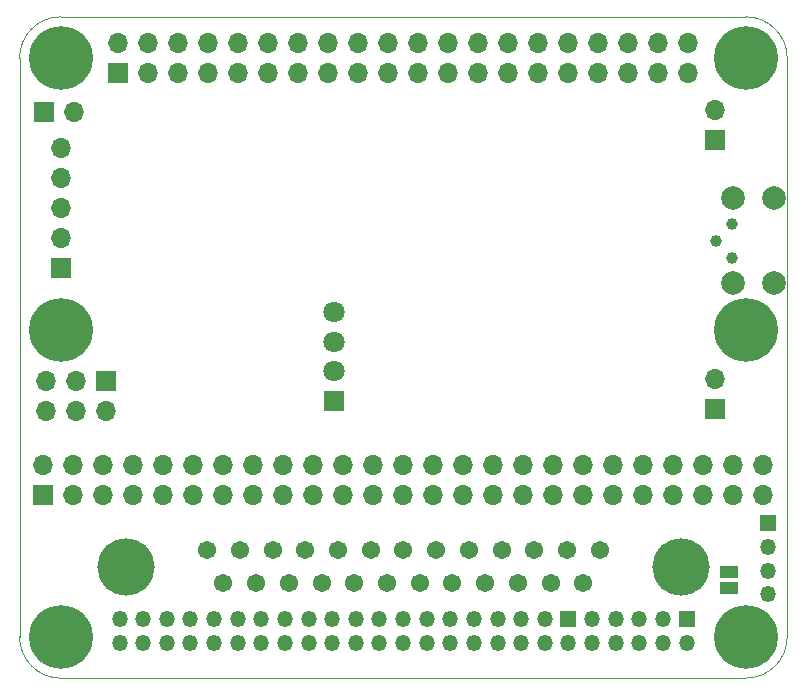
<source format=gbr>
%TF.GenerationSoftware,KiCad,Pcbnew,(5.1.9-16-g1737927814)-1*%
%TF.CreationDate,2021-07-31T16:14:36-05:00*%
%TF.ProjectId,rascsi_2p5,72617363-7369-45f3-9270-352e6b696361,rev?*%
%TF.SameCoordinates,PX59d60c0PY325aa00*%
%TF.FileFunction,Soldermask,Bot*%
%TF.FilePolarity,Negative*%
%FSLAX46Y46*%
G04 Gerber Fmt 4.6, Leading zero omitted, Abs format (unit mm)*
G04 Created by KiCad (PCBNEW (5.1.9-16-g1737927814)-1) date 2021-07-31 16:14:36*
%MOMM*%
%LPD*%
G01*
G04 APERTURE LIST*
%TA.AperFunction,Profile*%
%ADD10C,0.050000*%
%TD*%
%ADD11C,1.800000*%
%ADD12R,1.800000X1.800000*%
%ADD13O,1.700000X1.700000*%
%ADD14R,1.700000X1.700000*%
%ADD15C,4.845000*%
%ADD16C,1.545000*%
%ADD17O,1.350000X1.350000*%
%ADD18R,1.350000X1.350000*%
%ADD19R,1.500000X1.000000*%
%ADD20C,1.000000*%
%ADD21C,2.000000*%
%ADD22C,0.800000*%
%ADD23C,5.400000*%
G04 APERTURE END LIST*
D10*
X83800000Y-45696000D02*
X141800000Y-45696000D01*
X83800000Y-45696000D02*
G75*
G02*
X80300000Y-42196000I0J3500000D01*
G01*
X145300000Y-42196000D02*
G75*
G02*
X141800000Y-45696000I-3500000J0D01*
G01*
X80300000Y6800000D02*
X80300000Y-42196000D01*
X145300000Y6800000D02*
X145300000Y-42196000D01*
X83800000Y10300000D02*
X141800000Y10300000D01*
X80300000Y6800000D02*
G75*
G02*
X83800000Y10300000I3500000J0D01*
G01*
X141800000Y10300000D02*
G75*
G02*
X145300000Y6800000I0J-3500000D01*
G01*
D11*
%TO.C,J20*%
X106910000Y-14700000D03*
X106910000Y-17200000D03*
X106910000Y-19700000D03*
D12*
X106910000Y-22200000D03*
%TD*%
D13*
%TO.C,J11*%
X139226000Y-20368000D03*
D14*
X139226000Y-22908000D03*
%TD*%
D13*
%TO.C,J5*%
X82530000Y-23040000D03*
X82530000Y-20500000D03*
X85070000Y-23040000D03*
X85070000Y-20500000D03*
X87610000Y-23040000D03*
D14*
X87610000Y-20500000D03*
%TD*%
D15*
%TO.C,J6*%
X89281600Y-36250000D03*
X136321600Y-36250000D03*
D16*
X97566600Y-37670000D03*
X100336600Y-37670000D03*
X103106600Y-37670000D03*
X105876600Y-37670000D03*
X108646600Y-37670000D03*
X111416600Y-37670000D03*
X114186600Y-37670000D03*
X116956600Y-37670000D03*
X119726600Y-37670000D03*
X122496600Y-37670000D03*
X125266600Y-37670000D03*
X128036600Y-37670000D03*
X96181600Y-34830000D03*
X98951600Y-34830000D03*
X101721600Y-34830000D03*
X104491600Y-34830000D03*
X107261600Y-34830000D03*
X110031600Y-34830000D03*
X112801600Y-34830000D03*
X115571600Y-34830000D03*
X118341600Y-34830000D03*
X121111600Y-34830000D03*
X123881600Y-34830000D03*
X126651600Y-34830000D03*
X129421600Y-34830000D03*
%TD*%
D17*
%TO.C,J9*%
X88772000Y-42688000D03*
X88772000Y-40688000D03*
X90772000Y-42688000D03*
X90772000Y-40688000D03*
X92772000Y-42688000D03*
X92772000Y-40688000D03*
X94772000Y-42688000D03*
X94772000Y-40688000D03*
X96772000Y-42688000D03*
X96772000Y-40688000D03*
X98772000Y-42688000D03*
X98772000Y-40688000D03*
X100772000Y-42688000D03*
X100772000Y-40688000D03*
X102772000Y-42688000D03*
X102772000Y-40688000D03*
X104772000Y-42688000D03*
X104772000Y-40688000D03*
X106772000Y-42688000D03*
X106772000Y-40688000D03*
X108772000Y-42688000D03*
X108772000Y-40688000D03*
X110772000Y-42688000D03*
X110772000Y-40688000D03*
X112772000Y-42688000D03*
X112772000Y-40688000D03*
X114772000Y-42688000D03*
X114772000Y-40688000D03*
X116772000Y-42688000D03*
X116772000Y-40688000D03*
X118772000Y-42688000D03*
X118772000Y-40688000D03*
X120772000Y-42688000D03*
X120772000Y-40688000D03*
X122772000Y-42688000D03*
X122772000Y-40688000D03*
X124772000Y-42688000D03*
X124772000Y-40688000D03*
X126772000Y-42688000D03*
D18*
X126772000Y-40688000D03*
D17*
X128772000Y-42688000D03*
X128772000Y-40688000D03*
X130772000Y-42688000D03*
X130772000Y-40688000D03*
X132772000Y-42688000D03*
X132772000Y-40688000D03*
X134772000Y-42688000D03*
X134772000Y-40688000D03*
X136772000Y-42688000D03*
D18*
X136772000Y-40688000D03*
%TD*%
D17*
%TO.C,J10*%
X143630000Y-38592000D03*
X143630000Y-36592000D03*
X143630000Y-34592000D03*
D18*
X143630000Y-32592000D03*
%TD*%
D19*
%TO.C,JP1*%
X140328000Y-36736000D03*
X140328000Y-38036000D03*
%TD*%
D13*
%TO.C,J3*%
X143226500Y-27654500D03*
X143226500Y-30194500D03*
X140686500Y-27654500D03*
X140686500Y-30194500D03*
X138146500Y-27654500D03*
X138146500Y-30194500D03*
X135606500Y-27654500D03*
X135606500Y-30194500D03*
X133066500Y-27654500D03*
X133066500Y-30194500D03*
X130526500Y-27654500D03*
X130526500Y-30194500D03*
X127986500Y-27654500D03*
X127986500Y-30194500D03*
X125446500Y-27654500D03*
X125446500Y-30194500D03*
X122906500Y-27654500D03*
X122906500Y-30194500D03*
X120366500Y-27654500D03*
X120366500Y-30194500D03*
X117826500Y-27654500D03*
X117826500Y-30194500D03*
X115286500Y-27654500D03*
X115286500Y-30194500D03*
X112746500Y-27654500D03*
X112746500Y-30194500D03*
X110206500Y-27654500D03*
X110206500Y-30194500D03*
X107666500Y-27654500D03*
X107666500Y-30194500D03*
X105126500Y-27654500D03*
X105126500Y-30194500D03*
X102586500Y-27654500D03*
X102586500Y-30194500D03*
X100046500Y-27654500D03*
X100046500Y-30194500D03*
X97506500Y-27654500D03*
X97506500Y-30194500D03*
X94966500Y-27654500D03*
X94966500Y-30194500D03*
X92426500Y-27654500D03*
X92426500Y-30194500D03*
X89886500Y-27654500D03*
X89886500Y-30194500D03*
X87346500Y-27654500D03*
X87346500Y-30194500D03*
X84806500Y-27654500D03*
X84806500Y-30194500D03*
X82266500Y-27654500D03*
D14*
X82266500Y-30194500D03*
%TD*%
D20*
%TO.C,TP1*%
X140650000Y-7250000D03*
%TD*%
%TO.C,TP2*%
X139260000Y-8660000D03*
%TD*%
%TO.C,TP3*%
X140650000Y-10110000D03*
%TD*%
D21*
%TO.C,J8*%
X140705000Y-12235000D03*
X140705000Y-5085000D03*
X144155000Y-5085000D03*
X144155000Y-12235000D03*
%TD*%
D13*
%TO.C,J2*%
X139226000Y2381000D03*
D14*
X139226000Y-159000D03*
%TD*%
D13*
%TO.C,J7*%
X84920000Y2280000D03*
D14*
X82380000Y2280000D03*
%TD*%
D13*
%TO.C,J1*%
X136930000Y8070000D03*
X136930000Y5530000D03*
X134390000Y8070000D03*
X134390000Y5530000D03*
X131850000Y8070000D03*
X131850000Y5530000D03*
X129310000Y8070000D03*
X129310000Y5530000D03*
X126770000Y8070000D03*
X126770000Y5530000D03*
X124230000Y8070000D03*
X124230000Y5530000D03*
X121690000Y8070000D03*
X121690000Y5530000D03*
X119150000Y8070000D03*
X119150000Y5530000D03*
X116610000Y8070000D03*
X116610000Y5530000D03*
X114070000Y8070000D03*
X114070000Y5530000D03*
X111530000Y8070000D03*
X111530000Y5530000D03*
X108990000Y8070000D03*
X108990000Y5530000D03*
X106450000Y8070000D03*
X106450000Y5530000D03*
X103910000Y8070000D03*
X103910000Y5530000D03*
X101370000Y8070000D03*
X101370000Y5530000D03*
X98830000Y8070000D03*
X98830000Y5530000D03*
X96290000Y8070000D03*
X96290000Y5530000D03*
X93750000Y8070000D03*
X93750000Y5530000D03*
X91210000Y8070000D03*
X91210000Y5530000D03*
X88670000Y8070000D03*
D14*
X88670000Y5530000D03*
%TD*%
D22*
%TO.C,H2*%
X143231891Y8231891D03*
X141800000Y8825000D03*
X140368109Y8231891D03*
X139775000Y6800000D03*
X140368109Y5368109D03*
X141800000Y4775000D03*
X143231891Y5368109D03*
X143825000Y6800000D03*
D23*
X141800000Y6800000D03*
%TD*%
D22*
%TO.C,H1*%
X85231891Y8231891D03*
X83800000Y8825000D03*
X82368109Y8231891D03*
X81775000Y6800000D03*
X82368109Y5368109D03*
X83800000Y4775000D03*
X85231891Y5368109D03*
X85825000Y6800000D03*
D23*
X83800000Y6800000D03*
%TD*%
D13*
%TO.C,J4*%
X83810000Y-820000D03*
X83810000Y-3360000D03*
X83810000Y-5900000D03*
X83810000Y-8440000D03*
D14*
X83810000Y-10980000D03*
%TD*%
D22*
%TO.C,H6*%
X143231891Y-40768109D03*
X141800000Y-40175000D03*
X140368109Y-40768109D03*
X139775000Y-42200000D03*
X140368109Y-43631891D03*
X141800000Y-44225000D03*
X143231891Y-43631891D03*
X143825000Y-42200000D03*
D23*
X141800000Y-42200000D03*
%TD*%
D22*
%TO.C,H5*%
X85231891Y-40768109D03*
X83800000Y-40175000D03*
X82368109Y-40768109D03*
X81775000Y-42200000D03*
X82368109Y-43631891D03*
X83800000Y-44225000D03*
X85231891Y-43631891D03*
X85825000Y-42200000D03*
D23*
X83800000Y-42200000D03*
%TD*%
D22*
%TO.C,H4*%
X143231891Y-14768109D03*
X141800000Y-14175000D03*
X140368109Y-14768109D03*
X139775000Y-16200000D03*
X140368109Y-17631891D03*
X141800000Y-18225000D03*
X143231891Y-17631891D03*
X143825000Y-16200000D03*
D23*
X141800000Y-16200000D03*
%TD*%
D22*
%TO.C,H3*%
X85231891Y-14768109D03*
X83800000Y-14175000D03*
X82368109Y-14768109D03*
X81775000Y-16200000D03*
X82368109Y-17631891D03*
X83800000Y-18225000D03*
X85231891Y-17631891D03*
X85825000Y-16200000D03*
D23*
X83800000Y-16200000D03*
%TD*%
M02*

</source>
